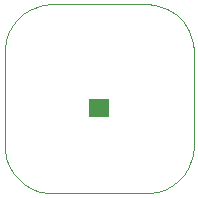
<source format=gko>
G04 Layer_Color=16711935*
%FSLAX25Y25*%
%MOIN*%
G70*
G01*
G75*
%ADD17C,0.00050*%
G36*
X34846Y25469D02*
X28153D01*
Y31532D01*
X34846D01*
Y25469D01*
D02*
G37*
D17*
X8Y15748D02*
X39Y14759D01*
X132Y13774D01*
X287Y12797D01*
X503Y11832D01*
X779Y10882D01*
X1114Y9951D01*
X1507Y9043D01*
X1956Y8161D01*
X2459Y7310D01*
X3015Y6492D01*
X3622Y5710D01*
X4276Y4968D01*
X4976Y4268D01*
X5718Y3614D01*
X6499Y3008D01*
X7318Y2451D01*
X8169Y1948D01*
X9051Y1499D01*
X9959Y1106D01*
X10889Y771D01*
X11840Y495D01*
X12805Y279D01*
X13782Y124D01*
X14767Y31D01*
X15756Y0D01*
Y62992D02*
X14767Y62961D01*
X13782Y62868D01*
X12805Y62713D01*
X11840Y62497D01*
X10889Y62221D01*
X9959Y61886D01*
X9051Y61493D01*
X8169Y61044D01*
X7318Y60541D01*
X6499Y59984D01*
X5718Y59378D01*
X4976Y58724D01*
X4276Y58024D01*
X3622Y57282D01*
X3015Y56501D01*
X2459Y55682D01*
X1956Y54831D01*
X1507Y53949D01*
X1114Y53041D01*
X779Y52110D01*
X503Y51160D01*
X287Y50195D01*
X132Y49218D01*
X39Y48233D01*
X8Y47244D01*
X47252Y0D02*
X48241Y31D01*
X49226Y124D01*
X50203Y279D01*
X51168Y495D01*
X52118Y771D01*
X53049Y1106D01*
X53957Y1499D01*
X54839Y1948D01*
X55690Y2451D01*
X56508Y3008D01*
X57290Y3614D01*
X58032Y4268D01*
X58732Y4968D01*
X59386Y5710D01*
X59992Y6492D01*
X60549Y7310D01*
X61052Y8161D01*
X61501Y9043D01*
X61894Y9951D01*
X62229Y10882D01*
X62505Y11832D01*
X62721Y12797D01*
X62876Y13774D01*
X62969Y14759D01*
X63000Y15748D01*
Y47244D02*
X62969Y48233D01*
X62876Y49218D01*
X62721Y50195D01*
X62505Y51161D01*
X62229Y52110D01*
X61894Y53041D01*
X61501Y53949D01*
X61052Y54831D01*
X60549Y55682D01*
X59992Y56501D01*
X59386Y57282D01*
X58732Y58024D01*
X58032Y58724D01*
X57290Y59378D01*
X56508Y59984D01*
X55690Y60541D01*
X54839Y61044D01*
X53957Y61493D01*
X53049Y61886D01*
X52118Y62221D01*
X51168Y62497D01*
X50203Y62713D01*
X49226Y62868D01*
X48241Y62961D01*
X47252Y62992D01*
X63000Y47244D02*
X62969Y48233D01*
X62876Y49218D01*
X62721Y50195D01*
X62505Y51161D01*
X62229Y52110D01*
X61894Y53041D01*
X61501Y53949D01*
X61052Y54831D01*
X60549Y55682D01*
X59992Y56501D01*
X59386Y57282D01*
X58732Y58024D01*
X58032Y58724D01*
X57290Y59378D01*
X56508Y59984D01*
X55690Y60541D01*
X54839Y61044D01*
X53957Y61493D01*
X53049Y61886D01*
X52118Y62221D01*
X51168Y62497D01*
X50203Y62713D01*
X49226Y62868D01*
X48241Y62961D01*
X47252Y62992D01*
X47252Y0D02*
X48241Y31D01*
X49226Y124D01*
X50203Y279D01*
X51168Y495D01*
X52118Y771D01*
X53049Y1106D01*
X53957Y1499D01*
X54839Y1948D01*
X55690Y2451D01*
X56508Y3008D01*
X57290Y3614D01*
X58032Y4268D01*
X58732Y4968D01*
X59386Y5710D01*
X59992Y6492D01*
X60549Y7310D01*
X61052Y8161D01*
X61501Y9043D01*
X61894Y9951D01*
X62229Y10882D01*
X62505Y11832D01*
X62721Y12797D01*
X62876Y13774D01*
X62969Y14759D01*
X63000Y15748D01*
X15756Y62992D02*
X14767Y62961D01*
X13782Y62868D01*
X12805Y62713D01*
X11840Y62497D01*
X10889Y62221D01*
X9959Y61886D01*
X9051Y61493D01*
X8169Y61044D01*
X7318Y60541D01*
X6499Y59984D01*
X5718Y59378D01*
X4976Y58724D01*
X4276Y58024D01*
X3622Y57282D01*
X3015Y56501D01*
X2459Y55682D01*
X1956Y54831D01*
X1507Y53949D01*
X1114Y53041D01*
X779Y52110D01*
X503Y51160D01*
X287Y50195D01*
X132Y49218D01*
X39Y48233D01*
X8Y47244D01*
Y15748D02*
X39Y14759D01*
X132Y13774D01*
X287Y12797D01*
X503Y11832D01*
X779Y10882D01*
X1114Y9951D01*
X1507Y9043D01*
X1956Y8161D01*
X2459Y7310D01*
X3015Y6492D01*
X3622Y5710D01*
X4276Y4968D01*
X4976Y4268D01*
X5718Y3614D01*
X6499Y3008D01*
X7318Y2451D01*
X8169Y1948D01*
X9051Y1499D01*
X9959Y1106D01*
X10889Y771D01*
X11840Y495D01*
X12805Y279D01*
X13782Y124D01*
X14767Y31D01*
X15756Y0D01*
X63000Y15748D02*
Y47244D01*
X15756Y62992D02*
X47252D01*
X8Y15748D02*
Y47244D01*
X15756Y0D02*
X47252D01*
X15756D02*
X47252D01*
X8Y15748D02*
Y47244D01*
X15756Y62992D02*
X47252D01*
X63000Y15748D02*
Y47244D01*
M02*

</source>
